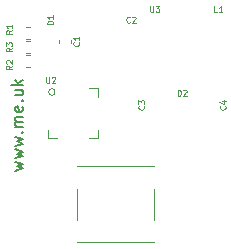
<source format=gbr>
%TF.GenerationSoftware,KiCad,Pcbnew,(6.0.0-0)*%
%TF.CreationDate,2021-12-31T15:49:51+00:00*%
%TF.ProjectId,USBA,55534241-2e6b-4696-9361-645f70636258,1*%
%TF.SameCoordinates,Original*%
%TF.FileFunction,Legend,Top*%
%TF.FilePolarity,Positive*%
%FSLAX46Y46*%
G04 Gerber Fmt 4.6, Leading zero omitted, Abs format (unit mm)*
G04 Created by KiCad (PCBNEW (6.0.0-0)) date 2021-12-31 15:49:51*
%MOMM*%
%LPD*%
G01*
G04 APERTURE LIST*
%ADD10C,0.150000*%
%ADD11C,0.080000*%
%ADD12C,0.100000*%
%ADD13C,0.120000*%
G04 APERTURE END LIST*
D10*
X112985714Y-113259642D02*
X113652380Y-113069166D01*
X113176190Y-112878690D01*
X113652380Y-112688214D01*
X112985714Y-112497738D01*
X112985714Y-112212023D02*
X113652380Y-112021547D01*
X113176190Y-111831071D01*
X113652380Y-111640595D01*
X112985714Y-111450119D01*
X112985714Y-111164404D02*
X113652380Y-110973928D01*
X113176190Y-110783452D01*
X113652380Y-110592976D01*
X112985714Y-110402500D01*
X113557142Y-110021547D02*
X113604761Y-109973928D01*
X113652380Y-110021547D01*
X113604761Y-110069166D01*
X113557142Y-110021547D01*
X113652380Y-110021547D01*
X113652380Y-109545357D02*
X112985714Y-109545357D01*
X113080952Y-109545357D02*
X113033333Y-109497738D01*
X112985714Y-109402500D01*
X112985714Y-109259642D01*
X113033333Y-109164404D01*
X113128571Y-109116785D01*
X113652380Y-109116785D01*
X113128571Y-109116785D02*
X113033333Y-109069166D01*
X112985714Y-108973928D01*
X112985714Y-108831071D01*
X113033333Y-108735833D01*
X113128571Y-108688214D01*
X113652380Y-108688214D01*
X113604761Y-107831071D02*
X113652380Y-107926309D01*
X113652380Y-108116785D01*
X113604761Y-108212023D01*
X113509523Y-108259642D01*
X113128571Y-108259642D01*
X113033333Y-108212023D01*
X112985714Y-108116785D01*
X112985714Y-107926309D01*
X113033333Y-107831071D01*
X113128571Y-107783452D01*
X113223809Y-107783452D01*
X113319047Y-108259642D01*
X113557142Y-107354880D02*
X113604761Y-107307261D01*
X113652380Y-107354880D01*
X113604761Y-107402500D01*
X113557142Y-107354880D01*
X113652380Y-107354880D01*
X112985714Y-106450119D02*
X113652380Y-106450119D01*
X112985714Y-106878690D02*
X113509523Y-106878690D01*
X113604761Y-106831071D01*
X113652380Y-106735833D01*
X113652380Y-106592976D01*
X113604761Y-106497738D01*
X113557142Y-106450119D01*
X113652380Y-105973928D02*
X112652380Y-105973928D01*
X113271428Y-105878690D02*
X113652380Y-105592976D01*
X112985714Y-105592976D02*
X113366666Y-105973928D01*
D11*
%TO.C,U2*%
X115619047Y-105326190D02*
X115619047Y-105730952D01*
X115642857Y-105778571D01*
X115666666Y-105802380D01*
X115714285Y-105826190D01*
X115809523Y-105826190D01*
X115857142Y-105802380D01*
X115880952Y-105778571D01*
X115904761Y-105730952D01*
X115904761Y-105326190D01*
X116119047Y-105373809D02*
X116142857Y-105350000D01*
X116190476Y-105326190D01*
X116309523Y-105326190D01*
X116357142Y-105350000D01*
X116380952Y-105373809D01*
X116404761Y-105421428D01*
X116404761Y-105469047D01*
X116380952Y-105540476D01*
X116095238Y-105826190D01*
X116404761Y-105826190D01*
%TO.C,R3*%
X112726190Y-102883333D02*
X112488095Y-103050000D01*
X112726190Y-103169047D02*
X112226190Y-103169047D01*
X112226190Y-102978571D01*
X112250000Y-102930952D01*
X112273809Y-102907142D01*
X112321428Y-102883333D01*
X112392857Y-102883333D01*
X112440476Y-102907142D01*
X112464285Y-102930952D01*
X112488095Y-102978571D01*
X112488095Y-103169047D01*
X112226190Y-102716666D02*
X112226190Y-102407142D01*
X112416666Y-102573809D01*
X112416666Y-102502380D01*
X112440476Y-102454761D01*
X112464285Y-102430952D01*
X112511904Y-102407142D01*
X112630952Y-102407142D01*
X112678571Y-102430952D01*
X112702380Y-102454761D01*
X112726190Y-102502380D01*
X112726190Y-102645238D01*
X112702380Y-102692857D01*
X112678571Y-102716666D01*
%TO.C,C1*%
X118378571Y-102383333D02*
X118402380Y-102407142D01*
X118426190Y-102478571D01*
X118426190Y-102526190D01*
X118402380Y-102597619D01*
X118354761Y-102645238D01*
X118307142Y-102669047D01*
X118211904Y-102692857D01*
X118140476Y-102692857D01*
X118045238Y-102669047D01*
X117997619Y-102645238D01*
X117950000Y-102597619D01*
X117926190Y-102526190D01*
X117926190Y-102478571D01*
X117950000Y-102407142D01*
X117973809Y-102383333D01*
X118426190Y-101907142D02*
X118426190Y-102192857D01*
X118426190Y-102050000D02*
X117926190Y-102050000D01*
X117997619Y-102097619D01*
X118045238Y-102145238D01*
X118069047Y-102192857D01*
%TO.C,D1*%
X116226190Y-100869047D02*
X115726190Y-100869047D01*
X115726190Y-100750000D01*
X115750000Y-100678571D01*
X115797619Y-100630952D01*
X115845238Y-100607142D01*
X115940476Y-100583333D01*
X116011904Y-100583333D01*
X116107142Y-100607142D01*
X116154761Y-100630952D01*
X116202380Y-100678571D01*
X116226190Y-100750000D01*
X116226190Y-100869047D01*
X116226190Y-100107142D02*
X116226190Y-100392857D01*
X116226190Y-100250000D02*
X115726190Y-100250000D01*
X115797619Y-100297619D01*
X115845238Y-100345238D01*
X115869047Y-100392857D01*
%TO.C,R1*%
X112726190Y-101383333D02*
X112488095Y-101550000D01*
X112726190Y-101669047D02*
X112226190Y-101669047D01*
X112226190Y-101478571D01*
X112250000Y-101430952D01*
X112273809Y-101407142D01*
X112321428Y-101383333D01*
X112392857Y-101383333D01*
X112440476Y-101407142D01*
X112464285Y-101430952D01*
X112488095Y-101478571D01*
X112488095Y-101669047D01*
X112726190Y-100907142D02*
X112726190Y-101192857D01*
X112726190Y-101050000D02*
X112226190Y-101050000D01*
X112297619Y-101097619D01*
X112345238Y-101145238D01*
X112369047Y-101192857D01*
%TO.C,R2*%
X112726190Y-104383333D02*
X112488095Y-104550000D01*
X112726190Y-104669047D02*
X112226190Y-104669047D01*
X112226190Y-104478571D01*
X112250000Y-104430952D01*
X112273809Y-104407142D01*
X112321428Y-104383333D01*
X112392857Y-104383333D01*
X112440476Y-104407142D01*
X112464285Y-104430952D01*
X112488095Y-104478571D01*
X112488095Y-104669047D01*
X112273809Y-104192857D02*
X112250000Y-104169047D01*
X112226190Y-104121428D01*
X112226190Y-104002380D01*
X112250000Y-103954761D01*
X112273809Y-103930952D01*
X112321428Y-103907142D01*
X112369047Y-103907142D01*
X112440476Y-103930952D01*
X112726190Y-104216666D01*
X112726190Y-103907142D01*
%TO.C,C3*%
X123878571Y-107783333D02*
X123902380Y-107807142D01*
X123926190Y-107878571D01*
X123926190Y-107926190D01*
X123902380Y-107997619D01*
X123854761Y-108045238D01*
X123807142Y-108069047D01*
X123711904Y-108092857D01*
X123640476Y-108092857D01*
X123545238Y-108069047D01*
X123497619Y-108045238D01*
X123450000Y-107997619D01*
X123426190Y-107926190D01*
X123426190Y-107878571D01*
X123450000Y-107807142D01*
X123473809Y-107783333D01*
X123426190Y-107616666D02*
X123426190Y-107307142D01*
X123616666Y-107473809D01*
X123616666Y-107402380D01*
X123640476Y-107354761D01*
X123664285Y-107330952D01*
X123711904Y-107307142D01*
X123830952Y-107307142D01*
X123878571Y-107330952D01*
X123902380Y-107354761D01*
X123926190Y-107402380D01*
X123926190Y-107545238D01*
X123902380Y-107592857D01*
X123878571Y-107616666D01*
%TO.C,C4*%
X130778571Y-107783333D02*
X130802380Y-107807142D01*
X130826190Y-107878571D01*
X130826190Y-107926190D01*
X130802380Y-107997619D01*
X130754761Y-108045238D01*
X130707142Y-108069047D01*
X130611904Y-108092857D01*
X130540476Y-108092857D01*
X130445238Y-108069047D01*
X130397619Y-108045238D01*
X130350000Y-107997619D01*
X130326190Y-107926190D01*
X130326190Y-107878571D01*
X130350000Y-107807142D01*
X130373809Y-107783333D01*
X130492857Y-107354761D02*
X130826190Y-107354761D01*
X130302380Y-107473809D02*
X130659523Y-107592857D01*
X130659523Y-107283333D01*
%TO.C,D2*%
X126760952Y-106926190D02*
X126760952Y-106426190D01*
X126880000Y-106426190D01*
X126951428Y-106450000D01*
X126999047Y-106497619D01*
X127022857Y-106545238D01*
X127046666Y-106640476D01*
X127046666Y-106711904D01*
X127022857Y-106807142D01*
X126999047Y-106854761D01*
X126951428Y-106902380D01*
X126880000Y-106926190D01*
X126760952Y-106926190D01*
X127237142Y-106473809D02*
X127260952Y-106450000D01*
X127308571Y-106426190D01*
X127427619Y-106426190D01*
X127475238Y-106450000D01*
X127499047Y-106473809D01*
X127522857Y-106521428D01*
X127522857Y-106569047D01*
X127499047Y-106640476D01*
X127213333Y-106926190D01*
X127522857Y-106926190D01*
%TO.C,L1*%
X130116666Y-99826190D02*
X129878571Y-99826190D01*
X129878571Y-99326190D01*
X130545238Y-99826190D02*
X130259523Y-99826190D01*
X130402380Y-99826190D02*
X130402380Y-99326190D01*
X130354761Y-99397619D01*
X130307142Y-99445238D01*
X130259523Y-99469047D01*
%TO.C,C2*%
X122716666Y-100678571D02*
X122692857Y-100702380D01*
X122621428Y-100726190D01*
X122573809Y-100726190D01*
X122502380Y-100702380D01*
X122454761Y-100654761D01*
X122430952Y-100607142D01*
X122407142Y-100511904D01*
X122407142Y-100440476D01*
X122430952Y-100345238D01*
X122454761Y-100297619D01*
X122502380Y-100250000D01*
X122573809Y-100226190D01*
X122621428Y-100226190D01*
X122692857Y-100250000D01*
X122716666Y-100273809D01*
X122907142Y-100273809D02*
X122930952Y-100250000D01*
X122978571Y-100226190D01*
X123097619Y-100226190D01*
X123145238Y-100250000D01*
X123169047Y-100273809D01*
X123192857Y-100321428D01*
X123192857Y-100369047D01*
X123169047Y-100440476D01*
X122883333Y-100726190D01*
X123192857Y-100726190D01*
D12*
%TO.C,U3*%
X124419047Y-99326190D02*
X124419047Y-99730952D01*
X124442857Y-99778571D01*
X124466666Y-99802380D01*
X124514285Y-99826190D01*
X124609523Y-99826190D01*
X124657142Y-99802380D01*
X124680952Y-99778571D01*
X124704761Y-99730952D01*
X124704761Y-99326190D01*
X124895238Y-99326190D02*
X125204761Y-99326190D01*
X125038095Y-99516666D01*
X125109523Y-99516666D01*
X125157142Y-99540476D01*
X125180952Y-99564285D01*
X125204761Y-99611904D01*
X125204761Y-99730952D01*
X125180952Y-99778571D01*
X125157142Y-99802380D01*
X125109523Y-99826190D01*
X124966666Y-99826190D01*
X124919047Y-99802380D01*
X124895238Y-99778571D01*
D13*
%TO.C,U2*%
X119285000Y-106290000D02*
X120010000Y-106290000D01*
X116515000Y-110510000D02*
X115790000Y-110510000D01*
X119285000Y-110510000D02*
X120010000Y-110510000D01*
X115790000Y-110510000D02*
X115790000Y-109785000D01*
X120010000Y-106290000D02*
X120010000Y-107015000D01*
X120010000Y-110510000D02*
X120010000Y-109785000D01*
X116382843Y-106600000D02*
G75*
G03*
X116382843Y-106600000I-282843J0D01*
G01*
%TO.C,R3*%
X113959420Y-102290000D02*
X114240580Y-102290000D01*
X113959420Y-103310000D02*
X114240580Y-103310000D01*
%TO.C,C1*%
X117710000Y-102440580D02*
X117710000Y-102159420D01*
X116690000Y-102440580D02*
X116690000Y-102159420D01*
%TO.C,R1*%
X113959420Y-101090000D02*
X114240580Y-101090000D01*
X113959420Y-102110000D02*
X114240580Y-102110000D01*
%TO.C,R2*%
X113959420Y-103490000D02*
X114240580Y-103490000D01*
X113959420Y-104510000D02*
X114240580Y-104510000D01*
%TO.C,SW1*%
X124730000Y-119330000D02*
X124730000Y-119300000D01*
X124730000Y-112870000D02*
X124730000Y-112900000D01*
X118270000Y-119330000D02*
X118270000Y-119300000D01*
X118270000Y-112900000D02*
X118270000Y-112870000D01*
X118270000Y-112870000D02*
X124730000Y-112870000D01*
X118270000Y-114800000D02*
X118270000Y-117400000D01*
X118270000Y-119330000D02*
X124730000Y-119330000D01*
X124730000Y-114800000D02*
X124730000Y-117400000D01*
%TD*%
M02*

</source>
